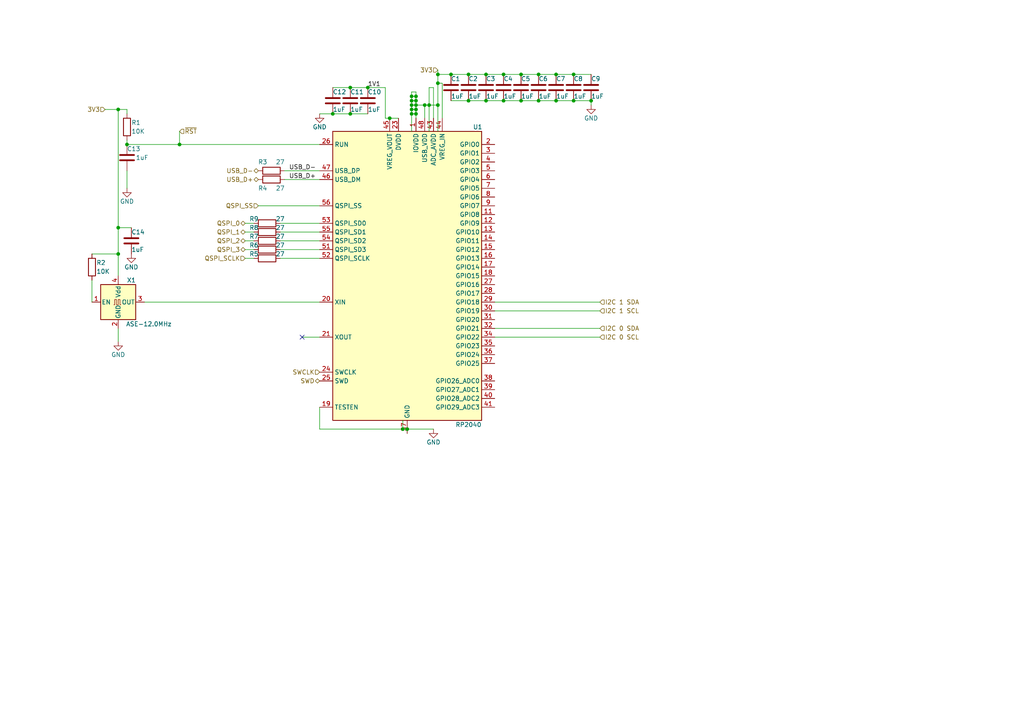
<source format=kicad_sch>
(kicad_sch (version 20230121) (generator eeschema)
  (paper "A4")
  (lib_symbols
    (symbol "Device:C" (pin_numbers hide) (pin_names (offset 0.254))
      (property "Reference" "C" (at 0.635 2.54 0))
      (property "Value" "C" (at 0.635 -2.54 0))
      (symbol "C_0_1"
        (polyline (pts (xy -2.032 -0.762) (xy 2.032 -0.762)) (stroke (width 0.508)))
        (polyline (pts (xy -2.032 0.762) (xy 2.032 0.762)) (stroke (width 0.508)))
      )
      (symbol "C_1_1"
        (pin passive line (at 0 3.81 270) (length 2.794) (name "~") (number "1"))
        (pin passive line (at 0 -3.81 90) (length 2.794) (name "~") (number "2"))
      )
    )
    (symbol "Device:R" (pin_numbers hide) (pin_names (offset 0))
      (property "Reference" "R" (at 2.032 0 90))
      (property "Value" "R" (at 0 0 90))
      (symbol "R_0_1"
        (rectangle (start -1.016 -2.54) (end 1.016 2.54) (stroke (width 0.254)))
      )
      (symbol "R_1_1"
        (pin passive line (at 0 3.81 270) (length 1.27) (name "~") (number "1"))
        (pin passive line (at 0 -3.81 90) (length 1.27) (name "~") (number "2"))
      )
    )
    (symbol "MCU_RaspberryPi:RP2040"
      (property "Reference" "U" (at 17.78 45.72 0))
      (property "Value" "RP2040" (at 17.78 43.18 0))
      (symbol "RP2040_0_1"
        (rectangle (start -21.59 41.91) (end 21.59 -41.91) (stroke (width 0.254)) (fill (type background)))
      )
      (symbol "RP2040_1_1"
        (pin power_in line (at 2.54 45.72 270) (length 3.81) (name "IOVDD") (number "1"))
        (pin passive line (at 2.54 45.72 270) (length 3.81) hide (name "IOVDD") (number "10"))
        (pin bidirectional line (at 25.4 17.78 180) (length 3.81) (name "GPIO8") (number "11"))
        (pin bidirectional line (at 25.4 15.24 180) (length 3.81) (name "GPIO9") (number "12"))
        (pin bidirectional line (at 25.4 12.7 180) (length 3.81) (name "GPIO10") (number "13"))
        (pin bidirectional line (at 25.4 10.16 180) (length 3.81) (name "GPIO11") (number "14"))
        (pin bidirectional line (at 25.4 7.62 180) (length 3.81) (name "GPIO12") (number "15"))
        (pin bidirectional line (at 25.4 5.08 180) (length 3.81) (name "GPIO13") (number "16"))
        (pin bidirectional line (at 25.4 2.54 180) (length 3.81) (name "GPIO14") (number "17"))
        (pin bidirectional line (at 25.4 0 180) (length 3.81) (name "GPIO15") (number "18"))
        (pin input line (at -25.4 -38.1 0) (length 3.81) (name "TESTEN") (number "19"))
        (pin bidirectional line (at 25.4 38.1 180) (length 3.81) (name "GPIO0") (number "2"))
        (pin input line (at -25.4 -7.62 0) (length 3.81) (name "XIN") (number "20"))
        (pin passive line (at -25.4 -17.78 0) (length 3.81) (name "XOUT") (number "21"))
        (pin passive line (at 2.54 45.72 270) (length 3.81) hide (name "IOVDD") (number "22"))
        (pin power_in line (at -2.54 45.72 270) (length 3.81) (name "DVDD") (number "23"))
        (pin input line (at -25.4 -27.94 0) (length 3.81) (name "SWCLK") (number "24"))
        (pin bidirectional line (at -25.4 -30.48 0) (length 3.81) (name "SWD") (number "25"))
        (pin input line (at -25.4 38.1 0) (length 3.81) (name "RUN") (number "26"))
        (pin bidirectional line (at 25.4 -2.54 180) (length 3.81) (name "GPIO16") (number "27"))
        (pin bidirectional line (at 25.4 -5.08 180) (length 3.81) (name "GPIO17") (number "28"))
        (pin bidirectional line (at 25.4 -7.62 180) (length 3.81) (name "GPIO18") (number "29"))
        (pin bidirectional line (at 25.4 35.56 180) (length 3.81) (name "GPIO1") (number "3"))
        (pin bidirectional line (at 25.4 -10.16 180) (length 3.81) (name "GPIO19") (number "30"))
        (pin bidirectional line (at 25.4 -12.7 180) (length 3.81) (name "GPIO20") (number "31"))
        (pin bidirectional line (at 25.4 -15.24 180) (length 3.81) (name "GPIO21") (number "32"))
        (pin passive line (at 2.54 45.72 270) (length 3.81) hide (name "IOVDD") (number "33"))
        (pin bidirectional line (at 25.4 -17.78 180) (length 3.81) (name "GPIO22") (number "34"))
        (pin bidirectional line (at 25.4 -20.32 180) (length 3.81) (name "GPIO23") (number "35"))
        (pin bidirectional line (at 25.4 -22.86 180) (length 3.81) (name "GPIO24") (number "36"))
        (pin bidirectional line (at 25.4 -25.4 180) (length 3.81) (name "GPIO25") (number "37"))
        (pin bidirectional line (at 25.4 -30.48 180) (length 3.81) (name "GPIO26_ADC0") (number "38"))
        (pin bidirectional line (at 25.4 -33.02 180) (length 3.81) (name "GPIO27_ADC1") (number "39"))
        (pin bidirectional line (at 25.4 33.02 180) (length 3.81) (name "GPIO2") (number "4"))
        (pin bidirectional line (at 25.4 -35.56 180) (length 3.81) (name "GPIO28_ADC2") (number "40"))
        (pin bidirectional line (at 25.4 -38.1 180) (length 3.81) (name "GPIO29_ADC3") (number "41"))
        (pin passive line (at 2.54 45.72 270) (length 3.81) hide (name "IOVDD") (number "42"))
        (pin power_in line (at 7.62 45.72 270) (length 3.81) (name "ADC_AVDD") (number "43"))
        (pin power_in line (at 10.16 45.72 270) (length 3.81) (name "VREG_IN") (number "44"))
        (pin power_out line (at -5.08 45.72 270) (length 3.81) (name "VREG_VOUT") (number "45"))
        (pin bidirectional line (at -25.4 27.94 0) (length 3.81) (name "USB_DM") (number "46"))
        (pin bidirectional line (at -25.4 30.48 0) (length 3.81) (name "USB_DP") (number "47"))
        (pin power_in line (at 5.08 45.72 270) (length 3.81) (name "USB_VDD") (number "48"))
        (pin passive line (at 2.54 45.72 270) (length 3.81) hide (name "IOVDD") (number "49"))
        (pin bidirectional line (at 25.4 30.48 180) (length 3.81) (name "GPIO3") (number "5"))
        (pin passive line (at -2.54 45.72 270) (length 3.81) hide (name "DVDD") (number "50"))
        (pin bidirectional line (at -25.4 7.62 0) (length 3.81) (name "QSPI_SD3") (number "51"))
        (pin output line (at -25.4 5.08 0) (length 3.81) (name "QSPI_SCLK") (number "52"))
        (pin bidirectional line (at -25.4 15.24 0) (length 3.81) (name "QSPI_SD0") (number "53"))
        (pin bidirectional line (at -25.4 10.16 0) (length 3.81) (name "QSPI_SD2") (number "54"))
        (pin bidirectional line (at -25.4 12.7 0) (length 3.81) (name "QSPI_SD1") (number "55"))
        (pin bidirectional line (at -25.4 20.32 0) (length 3.81) (name "QSPI_SS") (number "56"))
        (pin power_in line (at 0 -45.72 90) (length 3.81) (name "GND") (number "57"))
        (pin bidirectional line (at 25.4 27.94 180) (length 3.81) (name "GPIO4") (number "6"))
        (pin bidirectional line (at 25.4 25.4 180) (length 3.81) (name "GPIO5") (number "7"))
        (pin bidirectional line (at 25.4 22.86 180) (length 3.81) (name "GPIO6") (number "8"))
        (pin bidirectional line (at 25.4 20.32 180) (length 3.81) (name "GPIO7") (number "9"))
      )
    )
    (symbol "Oscillator:ASE-xxxMHz" (pin_names (offset 0.254))
      (property "Reference" "X" (at -5.08 6.35 0))
      (property "Value" "ASE-xxxMHz" (at 1.27 -6.35 0))
      (symbol "ASE-xxxMHz_0_1"
        (rectangle (start -5.08 5.08) (end 5.08 -5.08) (stroke (width 0.254)) (fill (type background)))
        (polyline (pts (xy -1.27 -0.762) (xy -1.016 -0.762) (xy -1.016 0.762) (xy -0.508 0.762) (xy -0.508 -0.762) (xy 0 -0.762) (xy 0 0.762) (xy 0.508 0.762) (xy 0.508 -0.762) (xy 0.762 -0.762)))
      )
      (symbol "ASE-xxxMHz_1_1"
        (pin input line (at -7.62 0 0) (length 2.54) (name "EN") (number "1"))
        (pin power_in line (at 0 -7.62 90) (length 2.54) (name "GND") (number "2"))
        (pin output line (at 7.62 0 180) (length 2.54) (name "OUT") (number "3"))
        (pin power_in line (at 0 7.62 270) (length 2.54) (name "Vdd") (number "4"))
      )
    )
    (symbol "power:GND" (power) (pin_names (offset 0))
      (property "Value" "GND" (at 0 -3.81 0))
      (symbol "GND_0_1"
        (polyline (pts (xy 0 0) (xy 0 -1.27) (xy 1.27 -1.27) (xy 0 -2.54) (xy -1.27 -1.27) (xy 0 -1.27)))
      )
      (symbol "GND_1_1"
        (pin power_in line (at 0 0 270) (length 0) hide (name "GND") (number "1"))
      )
    )
  )
  (junction (at 161.29 21.59))
  (junction (at 151.13 29.21))
  (junction (at 34.29 73.66))
  (junction (at 96.52 33.02))
  (junction (at 34.29 31.75))
  (junction (at 120.65 29.21))
  (junction (at 101.6 33.02))
  (junction (at 113.03 34.29))
  (junction (at 120.65 27.94))
  (junction (at 106.68 25.4))
  (junction (at 118.11 124.46))
  (junction (at 36.83 41.91))
  (junction (at 171.45 29.21))
  (junction (at 140.97 21.59))
  (junction (at 127 21.59))
  (junction (at 119.38 29.21))
  (junction (at 119.38 31.75))
  (junction (at 119.38 33.02))
  (junction (at 156.21 21.59))
  (junction (at 127 24.13))
  (junction (at 156.21 29.21))
  (junction (at 135.89 21.59))
  (junction (at 119.38 27.94))
  (junction (at 123.19 30.48))
  (junction (at 34.29 66.04))
  (junction (at 124.46 30.48))
  (junction (at 166.37 29.21))
  (junction (at 135.89 29.21))
  (junction (at 119.38 30.48))
  (junction (at 130.81 21.59))
  (junction (at 146.05 21.59))
  (junction (at 146.05 29.21))
  (junction (at 116.84 124.46))
  (junction (at 52.07 41.91))
  (junction (at 101.6 25.4))
  (junction (at 120.65 33.02))
  (junction (at 127 30.48))
  (junction (at 161.29 29.21))
  (junction (at 166.37 21.59))
  (junction (at 120.65 31.75))
  (junction (at 120.65 30.48))
  (junction (at 140.97 29.21))
  (junction (at 151.13 21.59))
  (no_connect (at 87.63 97.79))
  (wire (pts (xy 130.81 21.59) (xy 135.89 21.59)))
  (wire (pts (xy 120.65 31.75) (xy 120.65 30.48)))
  (wire (pts (xy 119.38 27.94) (xy 119.38 29.21)))
  (wire (pts (xy 36.83 31.75) (xy 36.83 33.02)))
  (wire (pts (xy 166.37 29.21) (xy 171.45 29.21)))
  (wire (pts (xy 161.29 21.59) (xy 166.37 21.59)))
  (wire (pts (xy 120.65 30.48) (xy 119.38 30.48)))
  (wire (pts (xy 111.76 34.29) (xy 113.03 34.29)))
  (wire (pts (xy 120.65 33.02) (xy 120.65 31.75)))
  (wire (pts (xy 71.12 74.93) (xy 73.66 74.93)))
  (wire (pts (xy 34.29 66.04) (xy 34.29 73.66)))
  (wire (pts (xy 82.55 52.07) (xy 92.71 52.07)))
  (wire (pts (xy 52.07 41.91) (xy 92.71 41.91)))
  (wire (pts (xy 111.76 25.4) (xy 106.68 25.4)))
  (wire (pts (xy 30.48 31.75) (xy 34.29 31.75)))
  (wire (pts (xy 127 30.48) (xy 124.46 30.48)))
  (wire (pts (xy 81.28 64.77) (xy 92.71 64.77)))
  (wire (pts (xy 34.29 31.75) (xy 36.83 31.75)))
  (wire (pts (xy 156.21 21.59) (xy 161.29 21.59)))
  (wire (pts (xy 81.28 67.31) (xy 92.71 67.31)))
  (wire (pts (xy 119.38 31.75) (xy 119.38 33.02)))
  (wire (pts (xy 128.27 34.29) (xy 128.27 24.13)))
  (wire (pts (xy 156.21 29.21) (xy 161.29 29.21)))
  (wire (pts (xy 135.89 29.21) (xy 140.97 29.21)))
  (wire (pts (xy 124.46 25.4) (xy 124.46 30.48)))
  (wire (pts (xy 140.97 21.59) (xy 146.05 21.59)))
  (wire (pts (xy 34.29 66.04) (xy 38.1 66.04)))
  (wire (pts (xy 82.55 49.53) (xy 92.71 49.53)))
  (wire (pts (xy 118.11 124.46) (xy 118.11 125.73)))
  (wire (pts (xy 151.13 29.21) (xy 156.21 29.21)))
  (wire (pts (xy 71.12 67.31) (xy 73.66 67.31)))
  (wire (pts (xy 127 21.59) (xy 127 24.13)))
  (wire (pts (xy 143.51 97.79) (xy 173.99 97.79)))
  (wire (pts (xy 125.73 34.29) (xy 125.73 25.4)))
  (wire (pts (xy 120.65 26.67) (xy 119.38 26.67)))
  (wire (pts (xy 71.12 64.77) (xy 73.66 64.77)))
  (wire (pts (xy 140.97 29.21) (xy 146.05 29.21)))
  (wire (pts (xy 124.46 30.48) (xy 123.19 30.48)))
  (wire (pts (xy 119.38 29.21) (xy 119.38 30.48)))
  (wire (pts (xy 119.38 26.67) (xy 119.38 27.94)))
  (wire (pts (xy 124.46 30.48) (xy 124.46 38.1)))
  (wire (pts (xy 151.13 21.59) (xy 156.21 21.59)))
  (wire (pts (xy 135.89 21.59) (xy 140.97 21.59)))
  (wire (pts (xy 36.83 54.61) (xy 36.83 49.53)))
  (wire (pts (xy 120.65 27.94) (xy 119.38 27.94)))
  (wire (pts (xy 130.81 29.21) (xy 135.89 29.21)))
  (wire (pts (xy 92.71 118.11) (xy 92.71 124.46)))
  (wire (pts (xy 127 21.59) (xy 130.81 21.59)))
  (wire (pts (xy 166.37 21.59) (xy 171.45 21.59)))
  (wire (pts (xy 146.05 21.59) (xy 151.13 21.59)))
  (wire (pts (xy 120.65 34.29) (xy 120.65 33.02)))
  (wire (pts (xy 125.73 124.46) (xy 118.11 124.46)))
  (wire (pts (xy 120.65 29.21) (xy 120.65 27.94)))
  (wire (pts (xy 125.73 25.4) (xy 124.46 25.4)))
  (wire (pts (xy 26.67 73.66) (xy 34.29 73.66)))
  (wire (pts (xy 81.28 72.39) (xy 92.71 72.39)))
  (wire (pts (xy 41.91 87.63) (xy 92.71 87.63)))
  (wire (pts (xy 101.6 33.02) (xy 106.68 33.02)))
  (wire (pts (xy 36.83 40.64) (xy 36.83 41.91)))
  (wire (pts (xy 120.65 31.75) (xy 119.38 31.75)))
  (wire (pts (xy 101.6 25.4) (xy 106.68 25.4)))
  (wire (pts (xy 71.12 69.85) (xy 73.66 69.85)))
  (wire (pts (xy 120.65 33.02) (xy 119.38 33.02)))
  (wire (pts (xy 120.65 27.94) (xy 120.65 26.67)))
  (wire (pts (xy 74.93 59.69) (xy 92.71 59.69)))
  (wire (pts (xy 119.38 30.48) (xy 119.38 31.75)))
  (wire (pts (xy 96.52 33.02) (xy 101.6 33.02)))
  (wire (pts (xy 143.51 90.17) (xy 173.99 90.17)))
  (wire (pts (xy 26.67 81.28) (xy 26.67 87.63)))
  (wire (pts (xy 71.12 72.39) (xy 73.66 72.39)))
  (wire (pts (xy 92.71 124.46) (xy 116.84 124.46)))
  (wire (pts (xy 128.27 24.13) (xy 127 24.13)))
  (wire (pts (xy 123.19 30.48) (xy 123.19 34.29)))
  (wire (pts (xy 119.38 33.02) (xy 119.38 38.1)))
  (wire (pts (xy 127 20.32) (xy 127 21.59)))
  (wire (pts (xy 120.65 30.48) (xy 123.19 30.48)))
  (wire (pts (xy 52.07 38.1) (xy 52.07 41.91)))
  (wire (pts (xy 120.65 29.21) (xy 119.38 29.21)))
  (wire (pts (xy 120.65 30.48) (xy 120.65 29.21)))
  (wire (pts (xy 171.45 30.48) (xy 171.45 29.21)))
  (wire (pts (xy 118.11 124.46) (xy 116.84 124.46)))
  (wire (pts (xy 34.29 73.66) (xy 34.29 80.01)))
  (wire (pts (xy 143.51 87.63) (xy 173.99 87.63)))
  (wire (pts (xy 92.71 33.02) (xy 96.52 33.02)))
  (wire (pts (xy 127 24.13) (xy 127 30.48)))
  (wire (pts (xy 34.29 31.75) (xy 34.29 66.04)))
  (wire (pts (xy 81.28 69.85) (xy 92.71 69.85)))
  (wire (pts (xy 146.05 29.21) (xy 151.13 29.21)))
  (wire (pts (xy 96.52 25.4) (xy 101.6 25.4)))
  (wire (pts (xy 111.76 25.4) (xy 111.76 34.29)))
  (wire (pts (xy 34.29 95.25) (xy 34.29 99.06)))
  (wire (pts (xy 116.84 124.46) (xy 116.84 121.92)))
  (wire (pts (xy 36.83 41.91) (xy 52.07 41.91)))
  (wire (pts (xy 113.03 34.29) (xy 115.57 34.29)))
  (wire (pts (xy 127 30.48) (xy 127 38.1)))
  (wire (pts (xy 87.63 97.79) (xy 92.71 97.79)))
  (wire (pts (xy 81.28 74.93) (xy 92.71 74.93)))
  (wire (pts (xy 143.51 95.25) (xy 173.99 95.25)))
  (wire (pts (xy 161.29 29.21) (xy 166.37 29.21)))
  (label "USB_D+" (at 83.82 52.07 0))
  (label "USB_D-" (at 83.82 49.53 0))
  (label "1V1" (at 106.68 25.4 0))
  (hierarchical_label "I2C 1 SDA" (shape input) (at 173.99 87.63 0))
  (hierarchical_label "3V3" (shape input) (at 127 20.32 180))
  (hierarchical_label "USB_D-" (shape bidirectional) (at 74.93 49.53 180))
  (hierarchical_label "QSPI_2" (shape bidirectional) (at 71.12 69.85 180))
  (hierarchical_label "3V3" (shape input) (at 30.48 31.75 180))
  (hierarchical_label "USB_D+" (shape bidirectional) (at 74.93 52.07 180))
  (hierarchical_label "~{RST}" (shape input) (at 52.07 38.1 0))
  (hierarchical_label "I2C 0 SDA" (shape input) (at 173.99 95.25 0))
  (hierarchical_label "QSPI_SS" (shape input) (at 74.93 59.69 180))
  (hierarchical_label "QSPI_SCLK" (shape input) (at 71.12 74.93 180))
  (hierarchical_label "SWCLK" (shape input) (at 92.71 107.95 180))
  (hierarchical_label "I2C 0 SCL" (shape input) (at 173.99 97.79 0))
  (hierarchical_label "I2C 1 SCL" (shape input) (at 173.99 90.17 0))
  (hierarchical_label "QSPI_1" (shape bidirectional) (at 71.12 67.31 180))
  (hierarchical_label "QSPI_0" (shape bidirectional) (at 71.12 64.77 180))
  (hierarchical_label "SWD" (shape bidirectional) (at 92.71 110.49 180))
  (hierarchical_label "QSPI_3" (shape bidirectional) (at 71.12 72.39 180))
  (symbol (lib_id "Device:R") (at 77.47 74.93 90) (unit 1)
    (property "Reference" "R5" (at 73.66 73.66 90))
    (property "Value" "27" (at 81.28 73.66 90))
    (instances (project "pulp" (path "" (reference "R5") (unit 1)) (path "" (reference "R16") (unit 1))))
  )
  (symbol (lib_id "Device:C") (at 106.68 29.21 0) (unit 1)
    (property "Reference" "C10" (at 106.68 26.67 0) (effects (justify left)))
    (property "Value" "1uF" (at 106.68 31.75 0) (effects (justify left)))
    (instances (project "pulp" (path "" (reference "C10") (unit 1)) (path "" (reference "C19") (unit 1))))
  )
  (symbol (lib_id "Device:R") (at 26.67 77.47 0) (unit 1)
    (property "Reference" "R2" (at 27.94 76.2 0) (effects (justify left)))
    (property "Value" "10K" (at 27.94 78.74 0) (effects (justify left)))
    (instances (project "pulp" (path "" (reference "R2") (unit 1)) (path "" (reference "R10") (unit 1))))
  )
  (symbol (lib_id "Device:R") (at 77.47 64.77 90) (unit 1)
    (property "Reference" "R9" (at 73.66 63.5 90))
    (property "Value" "27" (at 81.28 63.5 90))
    (instances (project "pulp" (path "" (reference "R9") (unit 1)) (path "" (reference "R12") (unit 1))))
  )
  (symbol (lib_id "power:GND") (at 171.45 30.48 0) (unit 1)
    (property "Reference" "#PWR02" (effects hide))
    (property "Value" "GND" (at 171.45 34.29 0))
    (instances (project "pulp" (path "" (reference "#PWR02") (unit 1)) (path "" (reference "#PWR012") (unit 1))))
  )
  (symbol (lib_id "Device:C") (at 135.89 25.4 0) (unit 1)
    (property "Reference" "C2" (at 135.89 22.86 0) (effects (justify left)))
    (property "Value" "1uF" (at 135.89 27.94 0) (effects (justify left)))
    (instances (project "pulp" (path "" (reference "C2") (unit 1)) (path "" (reference "C21") (unit 1))))
  )
  (symbol (lib_id "Device:C") (at 156.21 25.4 0) (unit 1)
    (property "Reference" "C6" (at 156.21 22.86 0) (effects (justify left)))
    (property "Value" "1uF" (at 156.21 27.94 0) (effects (justify left)))
    (instances (project "pulp" (path "" (reference "C6") (unit 1)) (path "" (reference "C25") (unit 1))))
  )
  (symbol (lib_id "Device:R") (at 77.47 72.39 90) (unit 1)
    (property "Reference" "R6" (at 73.66 71.12 90))
    (property "Value" "27" (at 81.28 71.12 90))
    (instances (project "pulp" (path "" (reference "R6") (unit 1)) (path "" (reference "R15") (unit 1))))
  )
  (symbol (lib_id "power:GND") (at 38.1 73.66 0) (unit 1)
    (property "Reference" "#PWR06" (effects hide))
    (property "Value" "GND" (at 38.1 77.47 0))
    (instances (project "pulp" (path "" (reference "#PWR06") (unit 1)) (path "" (reference "#PWR09") (unit 1))))
  )
  (symbol (lib_id "Device:C") (at 146.05 25.4 0) (unit 1)
    (property "Reference" "C4" (at 146.05 22.86 0) (effects (justify left)))
    (property "Value" "1uF" (at 146.05 27.94 0) (effects (justify left)))
    (instances (project "pulp" (path "" (reference "C4") (unit 1)) (path "" (reference "C23") (unit 1))))
  )
  (symbol (lib_id "Device:C") (at 151.13 25.4 0) (unit 1)
    (property "Reference" "C5" (at 151.13 22.86 0) (effects (justify left)))
    (property "Value" "1uF" (at 151.13 27.94 0) (effects (justify left)))
    (instances (project "pulp" (path "" (reference "C5") (unit 1)) (path "" (reference "C24") (unit 1))))
  )
  (symbol (lib_id "power:GND") (at 36.83 54.61 0) (unit 1)
    (property "Reference" "#PWR04" (effects hide))
    (property "Value" "GND" (at 36.83 58.42 0))
    (instances (project "pulp" (path "" (reference "#PWR04") (unit 1)) (path "" (reference "#PWR08") (unit 1))))
  )
  (symbol (lib_id "Device:C") (at 161.29 25.4 0) (unit 1)
    (property "Reference" "C7" (at 161.29 22.86 0) (effects (justify left)))
    (property "Value" "1uF" (at 161.29 27.94 0) (effects (justify left)))
    (instances (project "pulp" (path "" (reference "C7") (unit 1)) (path "" (reference "C26") (unit 1))))
  )
  (symbol (lib_id "power:GND") (at 125.73 124.46 0) (unit 1)
    (property "Reference" "#PWR01" (effects hide))
    (property "Value" "GND" (at 125.73 128.27 0))
    (instances (project "pulp" (path "" (reference "#PWR01") (unit 1)) (path "" (reference "#PWR011") (unit 1))))
  )
  (symbol (lib_id "Device:C") (at 38.1 69.85 0) (unit 1)
    (property "Reference" "C14" (at 38.1 67.31 0) (effects (justify left)))
    (property "Value" "1uF" (at 38.1 72.39 0) (effects (justify left)))
    (instances (project "pulp" (path "" (reference "C14") (unit 1)) (path "" (reference "C16") (unit 1))))
  )
  (symbol (lib_id "Device:R") (at 77.47 69.85 90) (unit 1)
    (property "Reference" "R7" (at 73.66 68.58 90))
    (property "Value" "27" (at 81.28 68.58 90))
    (instances (project "pulp" (path "" (reference "R7") (unit 1)) (path "" (reference "R14") (unit 1))))
  )
  (symbol (lib_id "power:GND") (at 92.71 33.02 0) (unit 1)
    (property "Reference" "#PWR03" (effects hide))
    (property "Value" "GND" (at 92.71 36.83 0))
    (instances (project "pulp" (path "" (reference "#PWR03") (unit 1)) (path "" (reference "#PWR010") (unit 1))))
  )
  (symbol (lib_id "Oscillator:ASE-xxxMHz") (at 34.29 87.63 0) (unit 1)
    (property "Reference" "X1" (at 38.1 81.28 0))
    (property "Value" "ASE-12.0MHz" (at 43.18 93.98 0))
    (property "Footprint" "Oscillator:Oscillator_SMD_Abracon_ASE-4Pin_3.2x2.5mm" (effects hide))
    (property "Datasheet" "http://www.abracon.com/Oscillators/ASV.pdf" (effects hide))
    (instances (project "pulp" (path "" (reference "X1") (unit 1)) (path "" (reference "X2") (unit 1))))
  )
  (symbol (lib_id "Device:C") (at 171.45 25.4 0) (unit 1)
    (property "Reference" "C9" (at 171.45 22.86 0) (effects (justify left)))
    (property "Value" "1uF" (at 171.45 27.94 0) (effects (justify left)))
    (instances (project "pulp" (path "" (reference "C9") (unit 1)) (path "" (reference "C28") (unit 1))))
  )
  (symbol (lib_id "Device:C") (at 130.81 25.4 0) (unit 1)
    (property "Reference" "C1" (at 130.81 22.86 0) (effects (justify left)))
    (property "Value" "1uF" (at 130.81 27.94 0) (effects (justify left)))
    (instances (project "pulp" (path "" (reference "C1") (unit 1)) (path "" (reference "C20") (unit 1))))
  )
  (symbol (lib_id "Device:R") (at 78.74 49.53 90) (unit 1)
    (property "Reference" "R3" (at 76.2 46.99 90))
    (property "Value" "27" (at 81.28 46.99 90))
    (instances (project "pulp" (path "" (reference "R3") (unit 1)) (path "" (reference "R17") (unit 1))))
  )
  (symbol (lib_id "Device:R") (at 78.74 52.07 270) (unit 1)
    (property "Reference" "R4" (at 76.2 54.61 90))
    (property "Value" "27" (at 81.28 54.61 90))
    (instances (project "pulp" (path "" (reference "R4") (unit 1)) (path "" (reference "R18") (unit 1))))
  )
  (symbol (lib_id "Device:R") (at 77.47 67.31 90) (unit 1)
    (property "Reference" "R8" (at 73.66 66.04 90))
    (property "Value" "27" (at 81.28 66.04 90))
    (instances (project "pulp" (path "" (reference "R8") (unit 1)) (path "" (reference "R13") (unit 1))))
  )
  (symbol (lib_id "Device:C") (at 166.37 25.4 0) (unit 1)
    (property "Reference" "C8" (at 166.37 22.86 0) (effects (justify left)))
    (property "Value" "1uF" (at 166.37 27.94 0) (effects (justify left)))
    (instances (project "pulp" (path "" (reference "C8") (unit 1)) (path "" (reference "C27") (unit 1))))
  )
  (symbol (lib_id "MCU_RaspberryPi:RP2040") (at 118.11 80.01 0) (unit 1)
    (property "Reference" "U1" (at 137.16 36.83 0) (effects (justify left)))
    (property "Value" "RP2040" (at 132.08 123.19 0) (effects (justify left)))
    (property "Footprint" "Package_DFN_QFN:QFN-56-1EP_7x7mm_P0.4mm_EP3.2x3.2mm" (effects hide))
    (property "Datasheet" "https://datasheets.raspberrypi.com/rp2040/rp2040-datasheet.pdf" (effects hide))
    (instances (project "pulp" (path "" (reference "U1") (unit 1)) (path "" (reference "U2") (unit 1))))
  )
  (symbol (lib_id "Device:C") (at 36.83 45.72 0) (unit 1)
    (property "Reference" "C13" (at 36.83 43.18 0) (effects (justify left)))
    (property "Value" "1uF" (at 39.37 45.72 0) (effects (justify left)))
    (instances (project "pulp" (path "" (reference "C13") (unit 1)) (path "" (reference "C15") (unit 1))))
  )
  (symbol (lib_id "Device:R") (at 36.83 36.83 0) (unit 1)
    (property "Reference" "R1" (at 38.1 35.56 0) (effects (justify left)))
    (property "Value" "10K" (at 38.1 38.1 0) (effects (justify left)))
    (instances (project "pulp" (path "" (reference "R1") (unit 1)) (path "" (reference "R11") (unit 1))))
  )
  (symbol (lib_id "Device:C") (at 96.52 29.21 0) (unit 1)
    (property "Reference" "C12" (at 96.52 26.67 0) (effects (justify left)))
    (property "Value" "1uF" (at 96.52 31.75 0) (effects (justify left)))
    (instances (project "pulp" (path "" (reference "C12") (unit 1)) (path "" (reference "C17") (unit 1))))
  )
  (symbol (lib_id "power:GND") (at 34.29 99.06 0) (unit 1)
    (property "Reference" "#PWR05" (effects hide))
    (property "Value" "GND" (at 34.29 102.87 0))
    (instances (project "pulp" (path "" (reference "#PWR05") (unit 1)) (path "" (reference "#PWR07") (unit 1))))
  )
  (symbol (lib_id "Device:C") (at 101.6 29.21 0) (unit 1)
    (property "Reference" "C11" (at 101.6 26.67 0) (effects (justify left)))
    (property "Value" "1uF" (at 101.6 31.75 0) (effects (justify left)))
    (instances (project "pulp" (path "" (reference "C11") (unit 1)) (path "" (reference "C18") (unit 1))))
  )
  (symbol (lib_id "Device:C") (at 140.97 25.4 0) (unit 1)
    (property "Reference" "C3" (at 140.97 22.86 0) (effects (justify left)))
    (property "Value" "1uF" (at 140.97 27.94 0) (effects (justify left)))
    (instances (project "pulp" (path "" (reference "C3") (unit 1)) (path "" (reference "C22") (unit 1))))
  )
)
</source>
